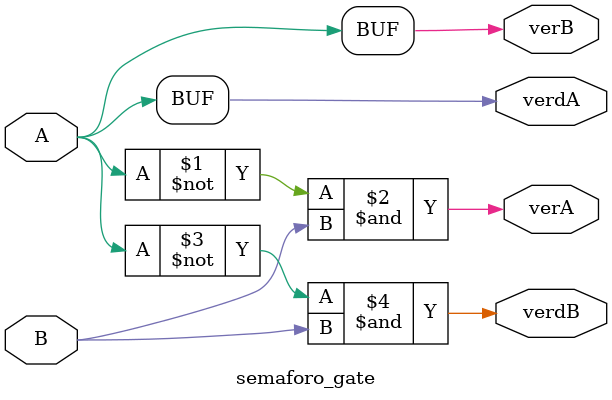
<source format=v>
module semaforo_gate(A, B, verdA, verA, verdB, verB);

    input A, B;
    output verdA, verA, verdB, verB;

    assign verdA = A;
    assign verA = ~A & B;
    assign verdB = ~A & B;
    assign verB = A;

endmodule
</source>
